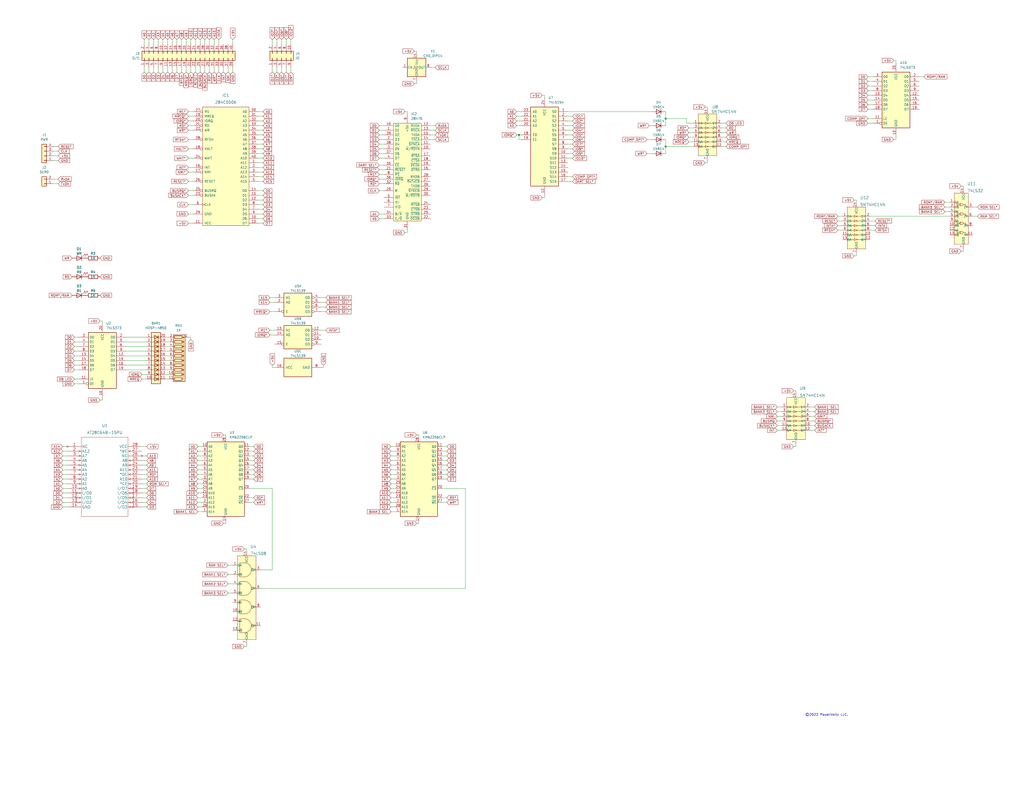
<source format=kicad_sch>
(kicad_sch (version 20211123) (generator eeschema)
  (paper "C")
  (junction (at 363.22 80.01))
  (junction (at 363.22 64.77))
  (junction (at 283.21 73.66))
  (wire (pts (xy 140.97 81.28) (xy 143.51 81.28)))
  (wire (pts (xy 77.47 207.01) (xy 80.01 207.01)))
  (wire (pts (xy 234.95 73.66) (xy 237.49 73.66)))
  (wire (pts (xy 138.43 254) (xy 135.89 254)))
  (wire (pts (xy 68.58 184.15) (xy 80.01 184.15)))
  (wire (pts (xy 396.24 72.39) (xy 393.7 72.39)))
  (wire (pts (xy 243.84 261.62) (xy 241.3 261.62)))
  (wire (pts (xy 116.84 36.83) (xy 116.84 39.37)))
  (wire (pts (xy 140.97 76.2) (xy 143.51 76.2)))
  (wire (pts (xy 284.48 76.2) (xy 283.21 76.2)))
  (wire (pts (xy 207.01 83.82) (xy 209.55 83.82)))
  (wire (pts (xy 309.88 71.12) (xy 312.42 71.12)))
  (wire (pts (xy 457.2 123.19) (xy 459.74 123.19)))
  (wire (pts (xy 92.71 199.39) (xy 90.17 199.39)))
  (wire (pts (xy 34.29 256.54) (xy 36.83 256.54)))
  (wire (pts (xy 384.81 58.42) (xy 386.08 58.42)))
  (wire (pts (xy 40.64 199.39) (xy 43.18 199.39)))
  (wire (pts (xy 309.88 86.36) (xy 312.42 86.36)))
  (wire (pts (xy 111.76 36.83) (xy 111.76 39.37)))
  (wire (pts (xy 104.14 36.83) (xy 104.14 39.37)))
  (wire (pts (xy 176.53 200.66) (xy 175.26 200.66)))
  (wire (pts (xy 68.58 201.93) (xy 80.01 201.93)))
  (wire (pts (xy 396.24 74.93) (xy 393.7 74.93)))
  (wire (pts (xy 140.97 106.68) (xy 143.51 106.68)))
  (wire (pts (xy 140.97 99.06) (xy 143.51 99.06)))
  (wire (pts (xy 375.92 74.93) (xy 378.46 74.93)))
  (wire (pts (xy 525.78 137.16) (xy 525.78 135.89)))
  (wire (pts (xy 207.01 71.12) (xy 209.55 71.12)))
  (wire (pts (xy 207.01 68.58) (xy 209.55 68.58)))
  (wire (pts (xy 68.58 194.31) (xy 80.01 194.31)))
  (wire (pts (xy 40.64 184.15) (xy 43.18 184.15)))
  (wire (pts (xy 123.19 285.75) (xy 123.19 284.48)))
  (wire (pts (xy 148.59 266.7) (xy 148.59 311.15)))
  (wire (pts (xy 488.95 76.2) (xy 488.95 74.93)))
  (wire (pts (xy 213.36 254) (xy 215.9 254)))
  (wire (pts (xy 102.87 93.98) (xy 105.41 93.98)))
  (wire (pts (xy 133.35 299.72) (xy 134.62 299.72)))
  (wire (pts (xy 92.71 204.47) (xy 90.17 204.47)))
  (wire (pts (xy 213.36 269.24) (xy 215.9 269.24)))
  (wire (pts (xy 40.64 209.55) (xy 43.18 209.55)))
  (wire (pts (xy 207.01 76.2) (xy 209.55 76.2)))
  (wire (pts (xy 533.4 113.03) (xy 530.86 113.03)))
  (wire (pts (xy 297.18 107.95) (xy 297.18 106.68)))
  (wire (pts (xy 40.64 201.93) (xy 43.18 201.93)))
  (wire (pts (xy 207.01 90.17) (xy 209.55 90.17)))
  (wire (pts (xy 158.75 21.59) (xy 158.75 24.13)))
  (wire (pts (xy 135.89 266.7) (xy 148.59 266.7)))
  (wire (pts (xy 524.51 101.6) (xy 525.78 101.6)))
  (wire (pts (xy 156.21 39.37) (xy 156.21 36.83)))
  (wire (pts (xy 121.92 285.75) (xy 123.19 285.75)))
  (wire (pts (xy 140.97 83.82) (xy 143.51 83.82)))
  (wire (pts (xy 309.88 66.04) (xy 312.42 66.04)))
  (wire (pts (xy 148.59 311.15) (xy 142.24 311.15)))
  (wire (pts (xy 77.47 254) (xy 80.01 254)))
  (wire (pts (xy 363.22 60.96) (xy 363.22 64.77)))
  (wire (pts (xy 151.13 39.37) (xy 151.13 36.83)))
  (wire (pts (xy 140.97 66.04) (xy 143.51 66.04)))
  (wire (pts (xy 68.58 191.77) (xy 80.01 191.77)))
  (wire (pts (xy 148.59 199.39) (xy 148.59 200.66)))
  (wire (pts (xy 107.95 269.24) (xy 110.49 269.24)))
  (wire (pts (xy 207.01 104.14) (xy 209.55 104.14)))
  (wire (pts (xy 107.95 266.7) (xy 110.49 266.7)))
  (wire (pts (xy 234.95 76.2) (xy 237.49 76.2)))
  (wire (pts (xy 140.97 109.22) (xy 143.51 109.22)))
  (wire (pts (xy 396.24 69.85) (xy 393.7 69.85)))
  (wire (pts (xy 283.21 73.66) (xy 284.48 73.66)))
  (wire (pts (xy 281.94 68.58) (xy 284.48 68.58)))
  (wire (pts (xy 309.88 78.74) (xy 312.42 78.74)))
  (wire (pts (xy 147.32 170.18) (xy 149.86 170.18)))
  (wire (pts (xy 107.95 259.08) (xy 110.49 259.08)))
  (wire (pts (xy 309.88 83.82) (xy 312.42 83.82)))
  (wire (pts (xy 86.36 21.59) (xy 86.36 24.13)))
  (wire (pts (xy 424.18 234.95) (xy 426.72 234.95)))
  (wire (pts (xy 176.53 199.39) (xy 176.53 200.66)))
  (wire (pts (xy 309.88 68.58) (xy 312.42 68.58)))
  (wire (pts (xy 424.18 222.25) (xy 426.72 222.25)))
  (wire (pts (xy 34.29 276.86) (xy 36.83 276.86)))
  (wire (pts (xy 80.01 266.7) (xy 77.47 266.7)))
  (wire (pts (xy 153.67 39.37) (xy 153.67 36.83)))
  (wire (pts (xy 107.95 248.92) (xy 110.49 248.92)))
  (wire (pts (xy 254 321.31) (xy 254 266.7)))
  (wire (pts (xy 134.62 353.06) (xy 134.62 351.79)))
  (wire (pts (xy 91.44 39.37) (xy 91.44 36.83)))
  (wire (pts (xy 140.97 104.14) (xy 143.51 104.14)))
  (wire (pts (xy 243.84 248.92) (xy 241.3 248.92)))
  (wire (pts (xy 353.06 83.82) (xy 355.6 83.82)))
  (wire (pts (xy 207.01 119.38) (xy 209.55 119.38)))
  (wire (pts (xy 213.36 264.16) (xy 215.9 264.16)))
  (wire (pts (xy 134.62 299.72) (xy 134.62 300.99)))
  (wire (pts (xy 102.87 66.04) (xy 105.41 66.04)))
  (wire (pts (xy 102.87 63.5) (xy 105.41 63.5)))
  (wire (pts (xy 473.71 57.15) (xy 476.25 57.15)))
  (wire (pts (xy 114.3 21.59) (xy 114.3 24.13)))
  (wire (pts (xy 241.3 271.78) (xy 243.84 271.78)))
  (wire (pts (xy 281.94 73.66) (xy 283.21 73.66)))
  (wire (pts (xy 140.97 119.38) (xy 143.51 119.38)))
  (wire (pts (xy 213.36 271.78) (xy 215.9 271.78)))
  (wire (pts (xy 138.43 271.78) (xy 135.89 271.78)))
  (wire (pts (xy 295.91 52.07) (xy 297.18 52.07)))
  (wire (pts (xy 140.97 63.5) (xy 143.51 63.5)))
  (wire (pts (xy 140.97 114.3) (xy 143.51 114.3)))
  (wire (pts (xy 127 36.83) (xy 127 39.37)))
  (wire (pts (xy 207.01 78.74) (xy 209.55 78.74)))
  (wire (pts (xy 107.95 276.86) (xy 110.49 276.86)))
  (wire (pts (xy 102.87 60.96) (xy 105.41 60.96)))
  (wire (pts (xy 525.78 101.6) (xy 525.78 102.87)))
  (wire (pts (xy 124.46 36.83) (xy 124.46 39.37)))
  (wire (pts (xy 107.95 261.62) (xy 110.49 261.62)))
  (wire (pts (xy 474.98 125.73) (xy 477.52 125.73)))
  (wire (pts (xy 92.71 184.15) (xy 90.17 184.15)))
  (wire (pts (xy 107.95 246.38) (xy 110.49 246.38)))
  (wire (pts (xy 34.29 248.92) (xy 36.83 248.92)))
  (wire (pts (xy 140.97 68.58) (xy 143.51 68.58)))
  (wire (pts (xy 140.97 60.96) (xy 143.51 60.96)))
  (wire (pts (xy 140.97 111.76) (xy 143.51 111.76)))
  (wire (pts (xy 81.28 21.59) (xy 81.28 24.13)))
  (wire (pts (xy 234.95 71.12) (xy 237.49 71.12)))
  (wire (pts (xy 243.84 246.38) (xy 241.3 246.38)))
  (wire (pts (xy 77.47 259.08) (xy 80.01 259.08)))
  (wire (pts (xy 254 266.7) (xy 241.3 266.7)))
  (wire (pts (xy 281.94 60.96) (xy 284.48 60.96)))
  (wire (pts (xy 29.21 100.33) (xy 31.75 100.33)))
  (wire (pts (xy 102.87 116.84) (xy 105.41 116.84)))
  (wire (pts (xy 147.32 162.56) (xy 149.86 162.56)))
  (wire (pts (xy 227.33 237.49) (xy 228.6 237.49)))
  (wire (pts (xy 213.36 248.92) (xy 215.9 248.92)))
  (wire (pts (xy 78.74 21.59) (xy 78.74 24.13)))
  (wire (pts (xy 213.36 251.46) (xy 215.9 251.46)))
  (wire (pts (xy 138.43 248.92) (xy 135.89 248.92)))
  (wire (pts (xy 281.94 63.5) (xy 284.48 63.5)))
  (wire (pts (xy 140.97 73.66) (xy 143.51 73.66)))
  (wire (pts (xy 77.47 261.62) (xy 80.01 261.62)))
  (wire (pts (xy 213.36 261.62) (xy 215.9 261.62)))
  (wire (pts (xy 99.06 21.59) (xy 99.06 24.13)))
  (wire (pts (xy 309.88 99.06) (xy 312.42 99.06)))
  (wire (pts (xy 106.68 21.59) (xy 106.68 24.13)))
  (wire (pts (xy 213.36 259.08) (xy 215.9 259.08)))
  (wire (pts (xy 473.71 59.69) (xy 476.25 59.69)))
  (wire (pts (xy 433.07 213.36) (xy 434.34 213.36)))
  (wire (pts (xy 213.36 274.32) (xy 215.9 274.32)))
  (wire (pts (xy 295.91 107.95) (xy 297.18 107.95)))
  (wire (pts (xy 34.29 254) (xy 36.83 254)))
  (wire (pts (xy 226.06 45.72) (xy 227.33 45.72)))
  (wire (pts (xy 213.36 276.86) (xy 215.9 276.86)))
  (wire (pts (xy 473.71 41.91) (xy 476.25 41.91)))
  (wire (pts (xy 68.58 189.23) (xy 80.01 189.23)))
  (wire (pts (xy 102.87 111.76) (xy 105.41 111.76)))
  (wire (pts (xy 515.62 110.49) (xy 518.16 110.49)))
  (wire (pts (xy 34.29 246.38) (xy 36.83 246.38)))
  (wire (pts (xy 213.36 266.7) (xy 215.9 266.7)))
  (wire (pts (xy 91.44 21.59) (xy 91.44 24.13)))
  (wire (pts (xy 54.61 175.26) (xy 55.88 175.26)))
  (wire (pts (xy 441.96 234.95) (xy 444.5 234.95)))
  (wire (pts (xy 441.96 227.33) (xy 444.5 227.33)))
  (wire (pts (xy 138.43 274.32) (xy 135.89 274.32)))
  (wire (pts (xy 156.21 21.59) (xy 156.21 24.13)))
  (wire (pts (xy 228.6 237.49) (xy 228.6 238.76)))
  (wire (pts (xy 222.25 60.96) (xy 222.25 62.23)))
  (wire (pts (xy 473.71 64.77) (xy 476.25 64.77)))
  (wire (pts (xy 121.92 237.49) (xy 123.19 237.49)))
  (wire (pts (xy 138.43 259.08) (xy 135.89 259.08)))
  (wire (pts (xy 29.21 87.63) (xy 31.75 87.63)))
  (wire (pts (xy 434.34 213.36) (xy 434.34 214.63)))
  (wire (pts (xy 92.71 191.77) (xy 90.17 191.77)))
  (wire (pts (xy 220.98 60.96) (xy 222.25 60.96)))
  (wire (pts (xy 116.84 21.59) (xy 116.84 24.13)))
  (wire (pts (xy 226.06 27.94) (xy 227.33 27.94)))
  (wire (pts (xy 140.97 91.44) (xy 143.51 91.44)))
  (wire (pts (xy 473.71 44.45) (xy 476.25 44.45)))
  (wire (pts (xy 386.08 58.42) (xy 386.08 59.69)))
  (wire (pts (xy 515.62 115.57) (xy 518.16 115.57)))
  (wire (pts (xy 213.36 256.54) (xy 215.9 256.54)))
  (wire (pts (xy 92.71 201.93) (xy 90.17 201.93)))
  (wire (pts (xy 107.95 251.46) (xy 110.49 251.46)))
  (wire (pts (xy 138.43 261.62) (xy 135.89 261.62)))
  (wire (pts (xy 119.38 21.59) (xy 119.38 24.13)))
  (wire (pts (xy 127 21.59) (xy 127 24.13)))
  (wire (pts (xy 213.36 279.4) (xy 215.9 279.4)))
  (wire (pts (xy 138.43 243.84) (xy 135.89 243.84)))
  (wire (pts (xy 441.96 232.41) (xy 444.5 232.41)))
  (wire (pts (xy 533.4 118.11) (xy 530.86 118.11)))
  (wire (pts (xy 124.46 313.69) (xy 127 313.69)))
  (wire (pts (xy 93.98 21.59) (xy 93.98 24.13)))
  (wire (pts (xy 83.82 39.37) (xy 83.82 36.83)))
  (wire (pts (xy 29.21 85.09) (xy 31.75 85.09)))
  (wire (pts (xy 175.26 180.34) (xy 177.8 180.34)))
  (wire (pts (xy 80.01 271.78) (xy 77.47 271.78)))
  (wire (pts (xy 504.19 41.91) (xy 501.65 41.91)))
  (wire (pts (xy 375.92 72.39) (xy 378.46 72.39)))
  (wire (pts (xy 175.26 165.1) (xy 177.8 165.1)))
  (wire (pts (xy 107.95 274.32) (xy 110.49 274.32)))
  (wire (pts (xy 424.18 229.87) (xy 426.72 229.87)))
  (wire (pts (xy 124.46 318.77) (xy 127 318.77)))
  (wire (pts (xy 207.01 73.66) (xy 209.55 73.66)))
  (wire (pts (xy 96.52 21.59) (xy 96.52 24.13)))
  (wire (pts (xy 386.08 88.9) (xy 386.08 87.63)))
  (wire (pts (xy 83.82 21.59) (xy 83.82 24.13)))
  (wire (pts (xy 40.64 207.01) (xy 43.18 207.01)))
  (wire (pts (xy 220.98 127) (xy 222.25 127)))
  (wire (pts (xy 111.76 21.59) (xy 111.76 24.13)))
  (wire (pts (xy 93.98 39.37) (xy 93.98 36.83)))
  (wire (pts (xy 434.34 243.84) (xy 434.34 242.57)))
  (wire (pts (xy 243.84 243.84) (xy 241.3 243.84)))
  (wire (pts (xy 207.01 116.84) (xy 209.55 116.84)))
  (wire (pts (xy 363.22 76.2) (xy 363.22 80.01)))
  (wire (pts (xy 109.22 36.83) (xy 109.22 39.37)))
  (wire (pts (xy 142.24 321.31) (xy 254 321.31)))
  (wire (pts (xy 102.87 99.06) (xy 105.41 99.06)))
  (wire (pts (xy 140.97 86.36) (xy 143.51 86.36)))
  (wire (pts (xy 107.95 271.78) (xy 110.49 271.78)))
  (wire (pts (xy 114.3 36.83) (xy 114.3 39.37)))
  (wire (pts (xy 148.59 200.66) (xy 149.86 200.66)))
  (wire (pts (xy 77.47 243.84) (xy 80.01 243.84)))
  (wire (pts (xy 40.64 194.31) (xy 43.18 194.31)))
  (wire (pts (xy 40.64 189.23) (xy 43.18 189.23)))
  (wire (pts (xy 101.6 36.83) (xy 101.6 39.37)))
  (wire (pts (xy 106.68 36.83) (xy 106.68 39.37)))
  (wire (pts (xy 104.14 21.59) (xy 104.14 24.13)))
  (wire (pts (xy 104.14 185.42) (xy 104.14 184.15)))
  (wire (pts (xy 473.71 54.61) (xy 476.25 54.61)))
  (wire (pts (xy 68.58 186.69) (xy 80.01 186.69)))
  (wire (pts (xy 354.33 68.58) (xy 355.6 68.58)))
  (wire (pts (xy 457.2 120.65) (xy 459.74 120.65)))
  (wire (pts (xy 140.97 93.98) (xy 143.51 93.98)))
  (wire (pts (xy 396.24 77.47) (xy 393.7 77.47)))
  (wire (pts (xy 68.58 196.85) (xy 80.01 196.85)))
  (wire (pts (xy 384.81 88.9) (xy 386.08 88.9)))
  (wire (pts (xy 86.36 39.37) (xy 86.36 36.83)))
  (wire (pts (xy 119.38 36.83) (xy 119.38 39.37)))
  (wire (pts (xy 140.97 88.9) (xy 143.51 88.9)))
  (wire (pts (xy 80.01 274.32) (xy 77.47 274.32)))
  (wire (pts (xy 467.36 139.7) (xy 467.36 138.43)))
  (wire (pts (xy 375.92 69.85) (xy 378.46 69.85)))
  (wire (pts (xy 473.71 52.07) (xy 476.25 52.07)))
  (wire (pts (xy 40.64 186.69) (xy 43.18 186.69)))
  (wire (pts (xy 175.26 170.18) (xy 177.8 170.18)))
  (wire (pts (xy 140.97 71.12) (xy 143.51 71.12)))
  (wire (pts (xy 102.87 68.58) (xy 105.41 68.58)))
  (wire (pts (xy 363.22 80.01) (xy 378.46 80.01)))
  (wire (pts (xy 77.47 248.92) (xy 80.01 248.92)))
  (wire (pts (xy 151.13 21.59) (xy 151.13 24.13)))
  (wire (pts (xy 55.88 175.26) (xy 55.88 176.53)))
  (wire (pts (xy 102.87 91.44) (xy 105.41 91.44)))
  (wire (pts (xy 474.98 118.11) (xy 518.16 118.11)))
  (wire (pts (xy 148.59 21.59) (xy 148.59 24.13)))
  (wire (pts (xy 34.29 264.16) (xy 36.83 264.16)))
  (wire (pts (xy 140.97 121.92) (xy 143.51 121.92)))
  (wire (pts (xy 396.24 67.31) (xy 393.7 67.31)))
  (wire (pts (xy 487.68 76.2) (xy 488.95 76.2)))
  (wire (pts (xy 374.65 67.31) (xy 378.46 67.31)))
  (wire (pts (xy 363.22 64.77) (xy 374.65 64.77)))
  (wire (pts (xy 124.46 308.61) (xy 127 308.61)))
  (wire (pts (xy 466.09 109.22) (xy 467.36 109.22)))
  (wire (pts (xy 175.26 162.56) (xy 177.8 162.56)))
  (wire (pts (xy 243.84 251.46) (xy 241.3 251.46)))
  (wire (pts (xy 29.21 80.01) (xy 31.75 80.01)))
  (wire (pts (xy 68.58 199.39) (xy 80.01 199.39)))
  (wire (pts (xy 363.22 80.01) (xy 363.22 83.82)))
  (wire (pts (xy 473.71 49.53) (xy 476.25 49.53)))
  (wire (pts (xy 99.06 36.83) (xy 99.06 39.37)))
  (wire (pts (xy 107.95 264.16) (xy 110.49 264.16)))
  (wire (pts (xy 424.18 232.41) (xy 426.72 232.41)))
  (wire (pts (xy 102.87 81.28) (xy 105.41 81.28)))
  (wire (pts (xy 92.71 196.85) (xy 90.17 196.85)))
  (wire (pts (xy 424.18 224.79) (xy 426.72 224.79)))
  (wire (pts (xy 102.87 121.92) (xy 105.41 121.92)))
  (wire (pts (xy 34.29 261.62) (xy 36.83 261.62)))
  (wire (pts (xy 524.51 137.16) (xy 525.78 137.16)))
  (wire (pts (xy 138.43 251.46) (xy 135.89 251.46)))
  (wire (pts (xy 207.01 86.36) (xy 209.55 86.36)))
  (wire (pts (xy 309.88 81.28) (xy 312.42 81.28)))
  (wire (pts (xy 80.01 269.24) (xy 77.47 269.24)))
  (wire (pts (xy 457.2 118.11) (xy 459.74 118.11)))
  (wire (pts (xy 213.36 243.84) (xy 215.9 243.84)))
  (wire (pts (xy 222.25 127) (xy 222.25 125.73)))
  (wire (pts (xy 92.71 194.31) (xy 90.17 194.31)))
  (wire (pts (xy 175.26 167.64) (xy 177.8 167.64)))
  (wire (pts (xy 88.9 39.37) (xy 88.9 36.83)))
  (wire (pts (xy 281.94 66.04) (xy 284.48 66.04)))
  (wire (pts (xy 34.29 243.84) (xy 36.83 243.84)))
  (wire (pts (xy 515.62 113.03) (xy 518.16 113.03)))
  (wire (pts (xy 441.96 229.87) (xy 444.5 229.87)))
  (wire (pts (xy 148.59 39.37) (xy 148.59 36.83)))
  (wire (pts (xy 444.5 222.25) (xy 441.96 222.25)))
  (wire (pts (xy 80.01 251.46) (xy 77.47 251.46)))
  (wire (pts (xy 375.92 77.47) (xy 378.46 77.47)))
  (wire (pts (xy 102.87 86.36) (xy 105.41 86.36)))
  (wire (pts (xy 101.6 21.59) (xy 101.6 24.13)))
  (wire (pts (xy 153.67 21.59) (xy 153.67 24.13)))
  (wire (pts (xy 140.97 116.84) (xy 143.51 116.84)))
  (wire (pts (xy 34.29 274.32) (xy 36.83 274.32)))
  (wire (pts (xy 488.95 33.02) (xy 488.95 34.29)))
  (wire (pts (xy 124.46 323.85) (xy 127 323.85)))
  (wire (pts (xy 227.33 45.72) (xy 227.33 44.45)))
  (wire (pts (xy 473.71 67.31) (xy 476.25 67.31)))
  (wire (pts (xy 234.95 36.83) (xy 237.49 36.83)))
  (wire (pts (xy 353.06 76.2) (xy 355.6 76.2)))
  (wire (pts (xy 92.71 189.23) (xy 90.17 189.23)))
  (wire (pts (xy 473.71 46.99) (xy 476.25 46.99)))
  (wire (pts (xy 309.88 76.2) (xy 312.42 76.2)))
  (wire (pts (xy 309.88 96.52) (xy 312.42 96.52)))
  (wire (pts (xy 467.36 109.22) (xy 467.36 110.49)))
  (wire (pts (xy 40.64 196.85) (xy 43.18 196.85)))
  (wire (pts (xy 29.21 97.79) (xy 31.75 97.79)))
  (wire (pts (xy 424.18 227.33) (xy 426.72 227.33)))
  (wire (pts (xy 102.87 106.68) (xy 105.41 106.68)))
  (wire (pts (xy 140.97 96.52) (xy 143.51 96.52)))
  (wire (pts (xy 107.95 243.84) (xy 110.49 243.84)))
  (wire (pts (xy 34.29 269.24) (xy 36.83 269.24)))
  (wire (pts (xy 457.2 125.73) (xy 459.74 125.73)))
  (wire (pts (xy 107.95 256.54) (xy 110.49 256.54)))
  (wire (pts (xy 102.87 71.12) (xy 105.41 71.12)))
  (wire (pts (xy 487.68 33.02) (xy 488.95 33.02)))
  (wire (pts (xy 466.09 139.7) (xy 467.36 139.7)))
  (wire (pts (xy 133.35 353.06) (xy 134.62 353.06)))
  (wire (pts (xy 474.98 123.19) (xy 477.52 123.19)))
  (wire (pts (xy 158.75 39.37) (xy 158.75 36.83)))
  (wire (pts (xy 374.65 64.77) (xy 374.65 67.31)))
  (wire (pts (xy 138.43 246.38) (xy 135.89 246.38)))
  (wire (pts (xy 88.9 21.59) (xy 88.9 24.13)))
  (wire (pts (xy 243.84 259.08) (xy 241.3 259.08)))
  (wire (pts (xy 29.21 82.55) (xy 31.75 82.55)))
  (wire (pts (xy 227.33 285.75) (xy 228.6 285.75)))
  (wire (pts (xy 34.29 259.08) (xy 36.83 259.08)))
  (wire (pts (xy 297.18 52.07) (xy 297.18 53.34)))
  (wire (pts (xy 283.21 76.2) (xy 283.21 73.66)))
  (wire (pts (xy 474.98 120.65) (xy 477.52 120.65)))
  (wire (pts (xy 77.47 264.16) (xy 80.01 264.16)))
  (wire (pts (xy 147.32 180.34) (xy 149.86 180.34)))
  (wire (pts (xy 147.32 182.88) (xy 149.86 182.88)))
  (wire (pts (xy 243.84 254) (xy 241.3 254)))
  (wire (pts (xy 104.14 184.15) (xy 102.87 184.15)))
  (wire (pts (xy 55.88 218.44) (xy 55.88 217.17)))
  (wire (pts (xy 77.47 256.54) (xy 80.01 256.54)))
  (wire (pts (xy 80.01 276.86) (xy 77.47 276.86)))
  (wire (pts (xy 123.19 237.49) (xy 123.19 238.76)))
  (wire (pts (xy 207.01 100.33) (xy 209.55 100.33)))
  (wire (pts (xy 363.22 64.77) (xy 363.22 68.58)))
  (wire (pts (xy 34.29 251.46) (xy 36.83 251.46)))
  (wire (pts (xy 121.92 36.83) (xy 121.92 39.37)))
  (wire (pts (xy 40.64 191.77) (xy 43.18 191.77)))
  (wire (pts (xy 107.95 279.4) (xy 110.49 279.4)))
  (wire (pts (xy 433.07 243.84) (xy 434.34 243.84)))
  (wire (pts (xy 309.88 60.96) (xy 355.6 60.96)))
  (wire (pts (xy 77.47 204.47) (xy 80.01 204.47)))
  (wire (pts (xy 102.87 76.2) (xy 105.41 76.2)))
  (wire (pts (xy 34.29 271.78) (xy 36.83 271.78)))
  (wire (pts (xy 241.3 274.32) (xy 243.84 274.32)))
  (wire (pts (xy 228.6 285.75) (xy 228.6 284.48)))
  (wire (pts (xy 78.74 39.37) (xy 78.74 36.83)))
  (wire (pts (xy 34.29 266.7) (xy 36.83 266.7)))
  (wire (pts (xy 92.71 186.69) (xy 90.17 186.69)))
  (wire (pts (xy 207.01 95.25) (xy 209.55 95.25)))
  (wire (pts (xy 444.5 224.79) (xy 441.96 224.79)))
  (wire (pts (xy 54.61 218.44) (xy 55.88 218.44)))
  (wire (pts (xy 138.43 256.54) (xy 135.89 256.54)))
  (wire (pts (xy 207.01 97.79) (xy 209.55 97.79)))
  (wire (pts (xy 96.52 39.37) (xy 96.52 36.83)))
  (wire (pts (xy 234.95 68.58) (xy 237.49 68.58)))
  (wire (pts (xy 92.71 207.01) (xy 90.17 207.01)))
  (wire (pts (xy 207.01 81.28) (xy 209.55 81.28)))
  (wire (pts (xy 309.88 73.66) (xy 312.42 73.66)))
  (wire (pts (xy 207.01 92.71) (xy 209.55 92.71)))
  (wire (pts (xy 213.36 246.38) (xy 215.9 246.38)))
  (wire (pts (xy 102.87 104.14) (xy 105.41 104.14)))
  (wire (pts (xy 107.95 254) (xy 110.49 254)))
  (wire (pts (xy 147.32 165.1) (xy 149.86 165.1)))
  (wire (pts (xy 243.84 256.54) (xy 241.3 256.54)))
  (wire (pts (xy 109.22 21.59) (xy 109.22 24.13)))
  (wire (pts (xy 140.97 78.74) (xy 143.51 78.74)))
  (wire (pts (xy 309.88 63.5) (xy 312.42 63.5)))
  (wire (pts (xy 396.24 80.01) (xy 393.7 80.01)))
  (wire (pts (xy 81.28 39.37) (xy 81.28 36.83)))
  (wire (pts (xy 227.33 27.94) (xy 227.33 29.21)))
  (text "©2022 PowerVoltz LLC." (at 439.42 391.16 0) (effects (font (size 1.27 1.27)) (justify left bottom)))
  (global_label "GND" (shape input) (at 127 39.37 270) (property "Intersheet References" "${INTERSHEET_REFS}" (effects hide)))
  (global_label "RD" (shape input) (at 396.24 69.85 0) (property "Intersheet References" "${INTERSHEET_REFS}" (effects hide)))
  (global_label "D4" (shape input) (at 40.64 194.31 180) (property "Intersheet References" "${INTERSHEET_REFS}" (effects hide)))
  (global_label "TxDA" (shape input) (at 31.75 100.33 0) (property "Intersheet References" "${INTERSHEET_REFS}" (effects hide)))
  (global_label "D0" (shape input) (at 243.84 243.84 0) (property "Intersheet References" "${INTERSHEET_REFS}" (effects hide)))
  (global_label "+5V" (shape input) (at 31.75 85.09 0) (property "Intersheet References" "${INTERSHEET_REFS}" (effects hide)))
  (global_label "A10" (shape input) (at 104.14 21.59 90) (property "Intersheet References" "${INTERSHEET_REFS}" (effects hide)))
  (global_label "OB LED" (shape input) (at 40.64 207.01 180) (property "Intersheet References" "${INTERSHEET_REFS}" (effects hide)))
  (global_label "D5" (shape input) (at 91.44 39.37 270) (property "Intersheet References" "${INTERSHEET_REFS}" (effects hide)))
  (global_label "RFSH*" (shape input) (at 457.2 125.73 180) (property "Intersheet References" "${INTERSHEET_REFS}" (effects hide)))
  (global_label "A4" (shape input) (at 34.29 256.54 180) (property "Intersheet References" "${INTERSHEET_REFS}" (effects hide)))
  (global_label "D1" (shape input) (at 138.43 246.38 0) (property "Intersheet References" "${INTERSHEET_REFS}" (effects hide)))
  (global_label "A10" (shape input) (at 143.51 86.36 0) (property "Intersheet References" "${INTERSHEET_REFS}" (effects hide)))
  (global_label "RD*" (shape input) (at 102.87 68.58 180) (property "Intersheet References" "${INTERSHEET_REFS}" (effects hide)))
  (global_label "ROM*{slash}RAM" (shape input) (at 39.37 161.29 180) (property "Intersheet References" "${INTERSHEET_REFS}" (effects hide)))
  (global_label "+5V" (shape input) (at 226.06 27.94 180) (property "Intersheet References" "${INTERSHEET_REFS}" (effects hide)))
  (global_label "A13" (shape input) (at 80.01 248.92 0) (property "Intersheet References" "${INTERSHEET_REFS}" (effects hide)))
  (global_label "INT" (shape input) (at 121.92 39.37 270) (property "Intersheet References" "${INTERSHEET_REFS}" (effects hide)))
  (global_label "D0" (shape input) (at 78.74 39.37 270) (property "Intersheet References" "${INTERSHEET_REFS}" (effects hide)))
  (global_label "GND" (shape input) (at 524.51 137.16 180) (property "Intersheet References" "${INTERSHEET_REFS}" (effects hide)))
  (global_label "A10" (shape input) (at 107.95 269.24 180) (property "Intersheet References" "${INTERSHEET_REFS}" (effects hide)))
  (global_label "D2" (shape input) (at 40.64 189.23 180) (property "Intersheet References" "${INTERSHEET_REFS}" (effects hide)))
  (global_label "A6" (shape input) (at 93.98 21.59 90) (property "Intersheet References" "${INTERSHEET_REFS}" (effects hide)))
  (global_label "A9" (shape input) (at 143.51 83.82 0) (property "Intersheet References" "${INTERSHEET_REFS}" (effects hide)))
  (global_label "IO5*" (shape input) (at 312.42 73.66 0) (property "Intersheet References" "${INTERSHEET_REFS}" (effects hide)))
  (global_label "GND" (shape input) (at 220.98 127 180) (property "Intersheet References" "${INTERSHEET_REFS}" (effects hide)))
  (global_label "BANK2 SEL*" (shape input) (at 177.8 167.64 0) (property "Intersheet References" "${INTERSHEET_REFS}" (effects hide)))
  (global_label "COMP OPT" (shape input) (at 473.71 64.77 180) (property "Intersheet References" "${INTERSHEET_REFS}" (effects hide)))
  (global_label "+5V" (shape input) (at 148.59 199.39 90) (property "Intersheet References" "${INTERSHEET_REFS}" (effects hide)))
  (global_label "RxDA" (shape input) (at 31.75 97.79 0) (property "Intersheet References" "${INTERSHEET_REFS}" (effects hide)))
  (global_label "A8" (shape input) (at 80.01 251.46 0) (property "Intersheet References" "${INTERSHEET_REFS}" (effects hide)))
  (global_label "A6" (shape input) (at 107.95 259.08 180) (property "Intersheet References" "${INTERSHEET_REFS}" (effects hide)))
  (global_label "D6" (shape input) (at 80.01 269.24 0) (property "Intersheet References" "${INTERSHEET_REFS}" (effects hide)))
  (global_label "WR*" (shape input) (at 353.06 83.82 180) (property "Intersheet References" "${INTERSHEET_REFS}" (effects hide)))
  (global_label "ROM*{slash}RAM" (shape input) (at 504.19 41.91 0) (property "Intersheet References" "${INTERSHEET_REFS}" (effects hide)))
  (global_label "A7" (shape input) (at 107.95 261.62 180) (property "Intersheet References" "${INTERSHEET_REFS}" (effects hide)))
  (global_label "D7" (shape input) (at 96.52 39.37 270) (property "Intersheet References" "${INTERSHEET_REFS}" (effects hide)))
  (global_label "A7" (shape input) (at 213.36 261.62 180) (property "Intersheet References" "${INTERSHEET_REFS}" (effects hide)))
  (global_label "GND" (shape input) (at 121.92 285.75 180) (property "Intersheet References" "${INTERSHEET_REFS}" (effects hide)))
  (global_label "BANK3 SEL" (shape input) (at 444.5 224.79 0) (property "Intersheet References" "${INTERSHEET_REFS}" (effects hide)))
  (global_label "MREQ" (shape input) (at 77.47 207.01 180) (property "Intersheet References" "${INTERSHEET_REFS}" (effects hide)))
  (global_label "WR*" (shape input) (at 102.87 71.12 180) (property "Intersheet References" "${INTERSHEET_REFS}" (effects hide)))
  (global_label "+5V" (shape input) (at 220.98 60.96 180) (property "Intersheet References" "${INTERSHEET_REFS}" (effects hide)))
  (global_label "GND" (shape input) (at 466.09 139.7 180) (property "Intersheet References" "${INTERSHEET_REFS}" (effects hide)))
  (global_label "A14" (shape input) (at 114.3 21.59 90) (property "Intersheet References" "${INTERSHEET_REFS}" (effects hide)))
  (global_label "ROM*{slash}RAM" (shape input) (at 457.2 118.11 180) (property "Intersheet References" "${INTERSHEET_REFS}" (effects hide)))
  (global_label "IO1*" (shape input) (at 312.42 63.5 0) (property "Intersheet References" "${INTERSHEET_REFS}" (effects hide)))
  (global_label "D4" (shape input) (at 80.01 274.32 0) (property "Intersheet References" "${INTERSHEET_REFS}" (effects hide)))
  (global_label "A12" (shape input) (at 34.29 246.38 180) (property "Intersheet References" "${INTERSHEET_REFS}" (effects hide)))
  (global_label "A3" (shape input) (at 86.36 21.59 90) (property "Intersheet References" "${INTERSHEET_REFS}" (effects hide)))
  (global_label "BANK3 SEL" (shape input) (at 213.36 279.4 180) (property "Intersheet References" "${INTERSHEET_REFS}" (effects hide)))
  (global_label "D5" (shape input) (at 40.64 196.85 180) (property "Intersheet References" "${INTERSHEET_REFS}" (effects hide)))
  (global_label "D0" (shape input) (at 34.29 269.24 180) (property "Intersheet References" "${INTERSHEET_REFS}" (effects hide)))
  (global_label "D4" (shape input) (at 88.9 39.37 270) (property "Intersheet References" "${INTERSHEET_REFS}" (effects hide)))
  (global_label "A2" (shape input) (at 281.94 66.04 180) (property "Intersheet References" "${INTERSHEET_REFS}" (effects hide)))
  (global_label "RAM SEL*" (shape input) (at 533.4 118.11 0) (property "Intersheet References" "${INTERSHEET_REFS}" (effects hide)))
  (global_label "GND" (shape input) (at 487.68 76.2 180) (property "Intersheet References" "${INTERSHEET_REFS}" (effects hide)))
  (global_label "SCLK" (shape input) (at 237.49 36.83 0) (property "Intersheet References" "${INTERSHEET_REFS}" (effects hide)))
  (global_label "A5" (shape input) (at 107.95 256.54 180) (property "Intersheet References" "${INTERSHEET_REFS}" (effects hide)))
  (global_label "D4" (shape input) (at 143.51 114.3 0) (property "Intersheet References" "${INTERSHEET_REFS}" (effects hide)))
  (global_label "RFSH" (shape input) (at 99.06 39.37 270) (property "Intersheet References" "${INTERSHEET_REFS}" (effects hide)))
  (global_label "BANK1 SEL" (shape input) (at 107.95 279.4 180) (property "Intersheet References" "${INTERSHEET_REFS}" (effects hide)))
  (global_label "A14" (shape input) (at 147.32 165.1 180) (property "Intersheet References" "${INTERSHEET_REFS}" (effects hide)))
  (global_label "GND" (shape input) (at 54.61 218.44 180) (property "Intersheet References" "${INTERSHEET_REFS}" (effects hide)))
  (global_label "A1" (shape input) (at 34.29 264.16 180) (property "Intersheet References" "${INTERSHEET_REFS}" (effects hide)))
  (global_label "D5" (shape input) (at 207.01 81.28 180) (property "Intersheet References" "${INTERSHEET_REFS}" (effects hide)))
  (global_label "A0" (shape input) (at 34.29 266.7 180) (property "Intersheet References" "${INTERSHEET_REFS}" (effects hide)))
  (global_label "A4" (shape input) (at 88.9 21.59 90) (property "Intersheet References" "${INTERSHEET_REFS}" (effects hide)))
  (global_label "IO6*" (shape input) (at 153.67 21.59 90) (property "Intersheet References" "${INTERSHEET_REFS}" (effects hide)))
  (global_label "GND" (shape input) (at 104.14 185.42 270) (property "Intersheet References" "${INTERSHEET_REFS}" (effects hide)))
  (global_label "GND" (shape input) (at 473.71 67.31 180) (property "Intersheet References" "${INTERSHEET_REFS}" (effects hide)))
  (global_label "+5V" (shape input) (at 227.33 237.49 180) (property "Intersheet References" "${INTERSHEET_REFS}" (effects hide)))
  (global_label "D7" (shape input) (at 40.64 201.93 180) (property "Intersheet References" "${INTERSHEET_REFS}" (effects hide)))
  (global_label "A6" (shape input) (at 213.36 259.08 180) (property "Intersheet References" "${INTERSHEET_REFS}" (effects hide)))
  (global_label "BANK0 SEL*" (shape input) (at 515.62 113.03 180) (property "Intersheet References" "${INTERSHEET_REFS}" (effects hide)))
  (global_label "ROM SEL*" (shape input) (at 533.4 113.03 0) (property "Intersheet References" "${INTERSHEET_REFS}" (effects hide)))
  (global_label "+5V" (shape input) (at 54.61 175.26 180) (property "Intersheet References" "${INTERSHEET_REFS}" (effects hide)))
  (global_label "D6" (shape input) (at 243.84 259.08 0) (property "Intersheet References" "${INTERSHEET_REFS}" (effects hide)))
  (global_label "D1" (shape input) (at 473.71 44.45 180) (property "Intersheet References" "${INTERSHEET_REFS}" (effects hide)))
  (global_label "WR*" (shape input) (at 354.33 68.58 180) (property "Intersheet References" "${INTERSHEET_REFS}" (effects hide)))
  (global_label "D2" (shape input) (at 34.29 274.32 180) (property "Intersheet References" "${INTERSHEET_REFS}" (effects hide)))
  (global_label "RD" (shape input) (at 39.37 151.13 180) (property "Intersheet References" "${INTERSHEET_REFS}" (effects hide)))
  (global_label "D2" (shape input) (at 207.01 73.66 180) (property "Intersheet References" "${INTERSHEET_REFS}" (effects hide)))
  (global_label "D1" (shape input) (at 40.64 186.69 180) (property "Intersheet References" "${INTERSHEET_REFS}" (effects hide)))
  (global_label "IORQ*" (shape input) (at 207.01 97.79 180) (property "Intersheet References" "${INTERSHEET_REFS}" (effects hide)))
  (global_label "IORQ*" (shape input) (at 375.92 74.93 180) (property "Intersheet References" "${INTERSHEET_REFS}" (effects hide)))
  (global_label "A12" (shape input) (at 143.51 91.44 0) (property "Intersheet References" "${INTERSHEET_REFS}" (effects hide)))
  (global_label "D3" (shape input) (at 207.01 76.2 180) (property "Intersheet References" "${INTERSHEET_REFS}" (effects hide)))
  (global_label "IORQ*" (shape input) (at 147.32 182.88 180) (property "Intersheet References" "${INTERSHEET_REFS}" (effects hide)))
  (global_label "D3" (shape input) (at 473.71 49.53 180) (property "Intersheet References" "${INTERSHEET_REFS}" (effects hide)))
  (global_label "D1" (shape input) (at 243.84 246.38 0) (property "Intersheet References" "${INTERSHEET_REFS}" (effects hide)))
  (global_label "NMI" (shape input) (at 424.18 227.33 180) (property "Intersheet References" "${INTERSHEET_REFS}" (effects hide)))
  (global_label "IORQ" (shape input) (at 396.24 74.93 0) (property "Intersheet References" "${INTERSHEET_REFS}" (effects hide)))
  (global_label "WR*" (shape input) (at 243.84 274.32 0) (property "Intersheet References" "${INTERSHEET_REFS}" (effects hide)))
  (global_label "A6" (shape input) (at 143.51 76.2 0) (property "Intersheet References" "${INTERSHEET_REFS}" (effects hide)))
  (global_label "A2" (shape input) (at 143.51 66.04 0) (property "Intersheet References" "${INTERSHEET_REFS}" (effects hide)))
  (global_label "GND" (shape input) (at 34.29 276.86 180) (property "Intersheet References" "${INTERSHEET_REFS}" (effects hide)))
  (global_label "D6" (shape input) (at 138.43 259.08 0) (property "Intersheet References" "${INTERSHEET_REFS}" (effects hide)))
  (global_label "INT" (shape input) (at 424.18 234.95 180) (property "Intersheet References" "${INTERSHEET_REFS}" (effects hide)))
  (global_label "GND" (shape input) (at 176.53 199.39 90) (property "Intersheet References" "${INTERSHEET_REFS}" (effects hide)))
  (global_label "D7" (shape input) (at 143.51 121.92 0) (property "Intersheet References" "${INTERSHEET_REFS}" (effects hide)))
  (global_label "BANK0 SEL*" (shape input) (at 177.8 162.56 0) (property "Intersheet References" "${INTERSHEET_REFS}" (effects hide)))
  (global_label "A5" (shape input) (at 143.51 73.66 0) (property "Intersheet References" "${INTERSHEET_REFS}" (effects hide)))
  (global_label "A0" (shape input) (at 213.36 243.84 180) (property "Intersheet References" "${INTERSHEET_REFS}" (effects hide)))
  (global_label "WR*" (shape input) (at 375.92 72.39 180) (property "Intersheet References" "${INTERSHEET_REFS}" (effects hide)))
  (global_label "GND" (shape input) (at 384.81 88.9 180) (property "Intersheet References" "${INTERSHEET_REFS}" (effects hide)))
  (global_label "GND" (shape input) (at 31.75 87.63 0) (property "Intersheet References" "${INTERSHEET_REFS}" (effects hide)))
  (global_label "A9" (shape input) (at 80.01 254 0) (property "Intersheet References" "${INTERSHEET_REFS}" (effects hide)))
  (global_label "A2" (shape input) (at 213.36 248.92 180) (property "Intersheet References" "${INTERSHEET_REFS}" (effects hide)))
  (global_label "+5V" (shape input) (at 466.09 109.22 180) (property "Intersheet References" "${INTERSHEET_REFS}" (effects hide)))
  (global_label "MREQ*" (shape input) (at 102.87 63.5 180) (property "Intersheet References" "${INTERSHEET_REFS}" (effects hide)))
  (global_label "A14" (shape input) (at 34.29 243.84 180) (property "Intersheet References" "${INTERSHEET_REFS}" (effects hide)))
  (global_label "RESET*" (shape input) (at 477.52 120.65 0) (property "Intersheet References" "${INTERSHEET_REFS}" (effects hide)))
  (global_label "ROM SEL*" (shape input) (at 80.01 264.16 0) (property "Intersheet References" "${INTERSHEET_REFS}" (effects hide)))
  (global_label "D3" (shape input) (at 40.64 191.77 180) (property "Intersheet References" "${INTERSHEET_REFS}" (effects hide)))
  (global_label "A1" (shape input) (at 81.28 21.59 90) (property "Intersheet References" "${INTERSHEET_REFS}" (effects hide)))
  (global_label "INT*" (shape input) (at 444.5 234.95 0) (property "Intersheet References" "${INTERSHEET_REFS}" (effects hide)))
  (global_label "IO10*" (shape input) (at 312.42 86.36 0) (property "Intersheet References" "${INTERSHEET_REFS}" (effects hide)))
  (global_label "MREQ*" (shape input) (at 101.6 39.37 270) (property "Intersheet References" "${INTERSHEET_REFS}" (effects hide)))
  (global_label "D4" (shape input) (at 207.01 78.74 180) (property "Intersheet References" "${INTERSHEET_REFS}" (effects hide)))
  (global_label "A1" (shape input) (at 143.51 63.5 0) (property "Intersheet References" "${INTERSHEET_REFS}" (effects hide)))
  (global_label "IO9*" (shape input) (at 158.75 39.37 270) (property "Intersheet References" "${INTERSHEET_REFS}" (effects hide)))
  (global_label "GND" (shape input) (at 226.06 45.72 180) (property "Intersheet References" "${INTERSHEET_REFS}" (effects hide)))
  (global_label "NMI*" (shape input) (at 444.5 227.33 0) (property "Intersheet References" "${INTERSHEET_REFS}" (effects hide)))
  (global_label "A4" (shape input) (at 143.51 71.12 0) (property "Intersheet References" "${INTERSHEET_REFS}" (effects hide)))
  (global_label "A9" (shape input) (at 101.6 21.59 90) (property "Intersheet References" "${INTERSHEET_REFS}" (effects hide)))
  (global_label "INTA" (shape input) (at 477.52 123.19 0) (property "Intersheet References" "${INTERSHEET_REFS}" (effects hide)))
  (global_label "A3" (shape input) (at 107.95 251.46 180) (property "Intersheet References" "${INTERSHEET_REFS}" (effects hide)))
  (global_label "A2" (shape input) (at 107.95 248.92 180) (property "Intersheet References" "${INTERSHEET_REFS}" (effects hide)))
  (global_label "BANK3 SEL*" (shape input) (at 424.18 224.79 180) (property "Intersheet References" "${INTERSHEET_REFS}" (effects hide)))
  (global_label "D5" (shape input) (at 80.01 271.78 0) (property "Intersheet References" "${INTERSHEET_REFS}" (effects hide)))
  (global_label "IO4*" (shape input) (at 151.13 21.59 90) (property "Intersheet References" "${INTERSHEET_REFS}" (effects hide)))
  (global_label "A0" (shape input) (at 143.51 60.96 0) (property "Intersheet References" "${INTERSHEET_REFS}" (effects hide)))
  (global_label "A11" (shape input) (at 143.51 88.9 0) (property "Intersheet References" "${INTERSHEET_REFS}" (effects hide)))
  (global_label "CLK" (shape input) (at 102.87 111.76 180) (property "Intersheet References" "${INTERSHEET_REFS}" (effects hide)))
  (global_label "BANK2 SEL*" (shape input) (at 124.46 318.77 180) (property "Intersheet References" "${INTERSHEET_REFS}" (effects hide)))
  (global_label "D0" (shape input) (at 143.51 104.14 0) (property "Intersheet References" "${INTERSHEET_REFS}" (effects hide)))
  (global_label "IO3*" (shape input) (at 151.13 39.37 270) (property "Intersheet References" "${INTERSHEET_REFS}" (effects hide)))
  (global_label "RFSH*" (shape input) (at 102.87 76.2 180) (property "Intersheet References" "${INTERSHEET_REFS}" (effects hide)))
  (global_label "IO9*" (shape input) (at 312.42 83.82 0) (property "Intersheet References" "${INTERSHEET_REFS}" (effects hide)))
  (global_label "D7" (shape input) (at 80.01 266.7 0) (property "Intersheet References" "${INTERSHEET_REFS}" (effects hide)))
  (global_label "NMI" (shape input) (at 124.46 39.37 270) (property "Intersheet References" "${INTERSHEET_REFS}" (effects hide)))
  (global_label "A12" (shape input) (at 109.22 21.59 90) (property "Intersheet References" "${INTERSHEET_REFS}" (effects hide)))
  (global_label "BUSRQ*" (shape input) (at 444.5 229.87 0) (property "Intersheet References" "${INTERSHEET_REFS}" (effects hide)))
  (global_label "IO10*" (shape input) (at 158.75 21.59 90) (property "Intersheet References" "${INTERSHEET_REFS}" (effects hide)))
  (global_label "IO8*" (shape input) (at 312.42 81.28 0) (property "Intersheet References" "${INTERSHEET_REFS}" (effects hide)))
  (global_label "WR" (shape input) (at 39.37 140.97 180) (property "Intersheet References" "${INTERSHEET_REFS}" (effects hide)))
  (global_label "DART SEL*" (shape input) (at 207.01 90.17 180) (property "Intersheet References" "${INTERSHEET_REFS}" (effects hide)))
  (global_label "BANK1 SEL*" (shape input) (at 177.8 165.1 0) (property "Intersheet References" "${INTERSHEET_REFS}" (effects hide)))
  (global_label "DART SEL*" (shape input) (at 312.42 99.06 0) (property "Intersheet References" "${INTERSHEET_REFS}" (effects hide)))
  (global_label "A14" (shape input) (at 143.51 96.52 0) (property "Intersheet References" "${INTERSHEET_REFS}" (effects hide)))
  (global_label "BANK0 SEL*" (shape input) (at 515.62 115.57 180) (property "Intersheet References" "${INTERSHEET_REFS}" (effects hide)))
  (global_label "+5V" (shape input) (at 80.01 243.84 0) (property "Intersheet References" "${INTERSHEET_REFS}" (effects hide)))
  (global_label "A4" (shape input) (at 107.95 254 180) (property "Intersheet References" "${INTERSHEET_REFS}" (effects hide)))
  (global_label "A10" (shape input) (at 213.36 269.24 180) (property "Intersheet References" "${INTERSHEET_REFS}" (effects hide)))
  (global_label "RD*" (shape input) (at 80.01 259.08 0) (property "Intersheet References" "${INTERSHEET_REFS}" (effects hide)))
  (global_label "A3" (shape input) (at 34.29 259.08 180) (property "Intersheet References" "${INTERSHEET_REFS}" (effects hide)))
  (global_label "MREQ*" (shape input) (at 147.32 170.18 180) (property "Intersheet References" "${INTERSHEET_REFS}" (effects hide)))
  (global_label "D7" (shape input) (at 473.71 59.69 180) (property "Intersheet References" "${INTERSHEET_REFS}" (effects hide)))
  (global_label "SCLK" (shape input) (at 237.49 76.2 0) (property "Intersheet References" "${INTERSHEET_REFS}" (effects hide)))
  (global_label "M1*" (shape input) (at 207.01 95.25 180) (property "Intersheet References" "${INTERSHEET_REFS}" (effects hide)))
  (global_label "A8" (shape input) (at 107.95 264.16 180) (property "Intersheet References" "${INTERSHEET_REFS}" (effects hide)))
  (global_label "BUSRQ" (shape input) (at 109.22 39.37 270) (property "Intersheet References" "${INTERSHEET_REFS}" (effects hide)))
  (global_label "HALT*" (shape input) (at 102.87 81.28 180) (property "Intersheet References" "${INTERSHEET_REFS}" (effects hide)))
  (global_label "D7" (shape input) (at 207.01 86.36 180) (property "Intersheet References" "${INTERSHEET_REFS}" (effects hide)))
  (global_label "A11" (shape input) (at 106.68 21.59 90) (property "Intersheet References" "${INTERSHEET_REFS}" (effects hide)))
  (global_label "NMI*" (shape input) (at 102.87 93.98 180) (property "Intersheet References" "${INTERSHEET_REFS}" (effects hide)))
  (global_label "D0" (shape input) (at 40.64 184.15 180) (property "Intersheet References" "${INTERSHEET_REFS}" (effects hide)))
  (global_label "MREQ*" (shape input) (at 375.92 77.47 180) (property "Intersheet References" "${INTERSHEET_REFS}" (effects hide)))
  (global_label "A13" (shape input) (at 111.76 21.59 90) (property "Intersheet References" "${INTERSHEET_REFS}" (effects hide)))
  (global_label "D2" (shape input) (at 243.84 248.92 0) (property "Intersheet References" "${INTERSHEET_REFS}" (effects hide)))
  (global_label "RESET" (shape input) (at 31.75 80.01 0) (property "Intersheet References" "${INTERSHEET_REFS}" (effects hide)))
  (global_label "CLK" (shape input) (at 119.38 39.37 270) (property "Intersheet References" "${INTERSHEET_REFS}" (effects hide)))
  (global_label "IORQ" (shape input) (at 77.47 204.47 180) (property "Intersheet References" "${INTERSHEET_REFS}" (effects hide)))
  (global_label "COMP OPT" (shape input) (at 396.24 80.01 0) (property "Intersheet References" "${INTERSHEET_REFS}" (effects hide)))
  (global_label "RD*" (shape input) (at 375.92 69.85 180) (property "Intersheet References" "${INTERSHEET_REFS}" (effects hide)))
  (global_label "A13" (shape input) (at 107.95 276.86 180) (property "Intersheet References" "${INTERSHEET_REFS}" (effects hide)))
  (global_label "BUSACK*" (shape input) (at 424.18 232.41 180) (property "Intersheet References" "${INTERSHEET_REFS}" (effects hide)))
  (global_label "IORQ*" (shape input) (at 102.87 66.04 180) (property "Intersheet References" "${INTERSHEET_REFS}" (effects hide)))
  (global_label "A11" (shape input) (at 213.36 271.78 180) (property "Intersheet References" "${INTERSHEET_REFS}" (effects hide)))
  (global_label "D1" (shape input) (at 143.51 106.68 0) (property "Intersheet References" "${INTERSHEET_REFS}" (effects hide)))
  (global_label "RD*" (shape input) (at 138.43 271.78 0) (property "Intersheet References" "${INTERSHEET_REFS}" (effects hide)))
  (global_label "INTA" (shape input) (at 119.38 21.59 90) (property "Intersheet References" "${INTERSHEET_REFS}" (effects hide)))
  (global_label "A10" (shape input) (at 80.01 261.62 0) (property "Intersheet References" "${INTERSHEET_REFS}" (effects hide)))
  (global_label "D3" (shape input) (at 86.36 39.37 270) (property "Intersheet References" "${INTERSHEET_REFS}" (effects hide)))
  (global_label "A7" (shape input) (at 34.29 248.92 180) (property "Intersheet References" "${INTERSHEET_REFS}" (effects hide)))
  (global_label "A8" (shape input) (at 143.51 81.28 0) (property "Intersheet References" "${INTERSHEET_REFS}" (effects hide)))
  (global_label "GND" (shape input) (at 133.35 353.06 180) (property "Intersheet References" "${INTERSHEET_REFS}" (effects hide)))
  (global_label "D2" (shape input) (at 138.43 248.92 0) (property "Intersheet References" "${INTERSHEET_REFS}" (effects hide)))
  (global_label "TxDA" (shape input) (at 237.49 73.66 0) (property "Intersheet References" "${INTERSHEET_REFS}" (effects hide)))
  (global_label "IO7*" (shape input) (at 312.42 78.74 0) (property "Intersheet References" "${INTERSHEET_REFS}" (effects hide)))
  (global_label "+5V" (shape input) (at 127 21.59 90) (property "Intersheet References" "${INTERSHEET_REFS}" (effects hide)))
  (global_label "D5" (shape input) (at 138.43 256.54 0) (property "Intersheet References" "${INTERSHEET_REFS}" (effects hide)))
  (global_label "BUSRQ*" (shape input) (at 102.87 104.14 180) (property "Intersheet References" "${INTERSHEET_REFS}" (effects hide)))
  (global_label "A0" (shape input) (at 107.95 243.84 180) (property "Intersheet References" "${INTERSHEET_REFS}" (effects hide)))
  (global_label "BANK1 SEL*" (shape input) (at 424.18 222.25 180) (property "Intersheet References" "${INTERSHEET_REFS}" (effects hide)))
  (global_label "D6" (shape input) (at 93.98 39.37 270) (property "Intersheet References" "${INTERSHEET_REFS}" (effects hide)))
  (global_label "BANK3 SEL*" (shape input) (at 177.8 170.18 0) (property "Intersheet References" "${INTERSHEET_REFS}" (effects hide)))
  (global_label "GND" (shape input) (at 295.91 107.95 180) (property "Intersheet References" "${INTERSHEET_REFS}" (effects hide)))
  (global_label "IO5*" (shape input) (at 153.67 39.37 270) (property "Intersheet References" "${INTERSHEET_REFS}" (effects hide)))
  (global_label "A6" (shape input) (at 34.29 251.46 180) (property "Intersheet References" "${INTERSHEET_REFS}" (effects hide)))
  (global_label "GND" (shape input) (at 433.07 243.84 180) (property "Intersheet References" "${INTERSHEET_REFS}" (effects hide)))
  (global_label "OB LED" (shape input) (at 396.24 67.31 0) (property "Intersheet References" "${INTERSHEET_REFS}" (effects hide)))
  (global_label "A5" (shape input) (at 34.29 254 180) (property "Intersheet References" "${INTERSHEET_REFS}" (effects hide)))
  (global_label "D3" (shape input) (at 243.84 251.46 0) (property "Intersheet References" "${INTERSHEET_REFS}" (effects hide)))
  (global_label "GND" (shape input) (at 40.64 209.55 180) (property "Intersheet References" "${INTERSHEET_REFS}" (effects hide)))
  (global_label "A3" (shape input) (at 213.36 251.46 180) (property "Intersheet References" "${INTERSHEET_REFS}" (effects hide)))
  (global_label "D5" (shape input) (at 143.51 116.84 0) (property "Intersheet References" "${INTERSHEET_REFS}" (effects hide)))
  (global_label "WR*" (shape input) (at 116.84 39.37 270) (property "Intersheet References" "${INTERSHEET_REFS}" (effects hide)))
  (global_label "A9" (shape input) (at 107.95 266.7 180) (property "Intersheet References" "${INTERSHEET_REFS}" (effects hide)))
  (global_label "A12" (shape input) (at 107.95 274.32 180) (property "Intersheet References" "${INTERSHEET_REFS}" (effects hide)))
  (global_label "+5V" (shape input) (at 102.87 121.92 180) (property "Intersheet References" "${INTERSHEET_REFS}" (effects hide)))
  (global_label "WAIT*" (shape input) (at 102.87 86.36 180) (property "Intersheet References" "${INTERSHEET_REFS}" (effects hide)))
  (global_label "A11" (shape input) (at 80.01 256.54 0) (property "Intersheet References" "${INTERSHEET_REFS}" (effects hide)))
  (global_label "A4" (shape input) (at 207.01 116.84 180) (property "Intersheet References" "${INTERSHEET_REFS}" (effects hide)))
  (global_label "D2" (shape input) (at 473.71 46.99 180) (property "Intersheet References" "${INTERSHEET_REFS}" (effects hide)))
  (global_label "GND" (shape input) (at 54.61 140.97 0) (property "Intersheet References" "${INTERSHEET_REFS}" (effects hide)))
  (global_label "D1" (shape input) (at 34.29 271.78 180) (property "Intersheet References" "${INTERSHEET_REFS}" (effects hide)))
  (global_label "M1*" (shape input) (at 102.87 60.96 180) (property "Intersheet References" "${INTERSHEET_REFS}" (effects hide)))
  (global_label "A4" (shape input) (at 213.36 254 180) (property "Intersheet References" "${INTERSHEET_REFS}" (effects hide)))
  (global_label "RESET*" (shape input) (at 207.01 92.71 180) (property "Intersheet References" "${INTERSHEET_REFS}" (effects hide)))
  (global_label "+5V" (shape input) (at 133.35 299.72 180) (property "Intersheet References" "${INTERSHEET_REFS}" (effects hide)))
  (global_label "A7" (shape input) (at 96.52 21.59 90) (property "Intersheet References" "${INTERSHEET_REFS}" (effects hide)))
  (global_label "COMP OPT*" (shape input) (at 312.42 96.52 0) (property "Intersheet References" "${INTERSHEET_REFS}" (effects hide)))
  (global_label "+5V" (shape input) (at 433.07 213.36 180) (property "Intersheet References" "${INTERSHEET_REFS}" (effects hide)))
  (global_label "+5V" (shape input) (at 295.91 52.07 180) (property "Intersheet References" "${INTERSHEET_REFS}" (effects hide)))
  (global_label "A15" (shape input) (at 147.32 162.56 180) (property "Intersheet References" "${INTERSHEET_REFS}" (effects hide)))
  (global_label "D3" (shape input) (at 143.51 111.76 0) (property "Intersheet References" "${INTERSHEET_REFS}" (effects hide)))
  (global_label "BANK1 SEL" (shape input) (at 444.5 222.25 0) (property "Intersheet References" "${INTERSHEET_REFS}" (effects hide)))
  (global_label "WR*" (shape input) (at 138.43 274.32 0) (property "Intersheet References" "${INTERSHEET_REFS}" (effects hide)))
  (global_label "IORQ*" (shape input) (at 104.14 39.37 270) (property "Intersheet References" "${INTERSHEET_REFS}" (effects hide)))
  (global_label "D1" (shape input) (at 207.01 71.12 180) (property "Intersheet References" "${INTERSHEET_REFS}" (effects hide)))
  (global_label "A0" (shape input) (at 281.94 60.96 180) (property "Intersheet References" "${INTERSHEET_REFS}" (effects hide)))
  (global_label "A3" (shape input) (at 281.94 68.58 180) (property "Intersheet References" "${INTERSHEET_REFS}" (effects hide)))
  (global_label "ROM*{slash}RAM" (shape input) (at 515.62 110.49 180) (property "Intersheet References" "${INTERSHEET_REFS}" (effects hide)))
  (global_label "D2" (shape input) (at 83.82 39.37 270) (property "Intersheet References" "${INTERSHEET_REFS}" (effects hide)))
  (global_label "A1" (shape input) (at 281.94 63.5 180) (property "Intersheet References" "${INTERSHEET_REFS}" (effects hide)))
  (global_label "A7" (shape input) (at 143.51 78.74 0) (property "Intersheet References" "${INTERSHEET_REFS}" (effects hide)))
  (global_label "BUSRQ" (shape input) (at 424.18 229.87 180) (property "Intersheet References" "${INTERSHEET_REFS}" (effects hide)))
  (global_label "COMP OPT*" (shape input) (at 353.06 76.2 180) (property "Intersheet References" "${INTERSHEET_REFS}" (effects hide)))
  (global_label "D6" (shape input) (at 207.01 83.82 180) (property "Intersheet References" "${INTERSHEET_REFS}" (effects hide)))
  (global_label "BUSACK" (shape input) (at 111.76 39.37 270) (property "Intersheet References" "${INTERSHEET_REFS}" (effects hide)))
  (global_label "D5" (shape input) (at 243.84 256.54 0) (property "Intersheet References" "${INTERSHEET_REFS}" (effects hide)))
  (global_label "A15" (shape input) (at 116.84 21.59 90) (property "Intersheet References" "${INTERSHEET_REFS}" (effects hide)))
  (global_label "D7" (shape input) (at 243.84 261.62 0) (property "Intersheet References" "${INTERSHEET_REFS}" (effects hide)))
  (global_label "WR" (shape input) (at 396.24 72.39 0) (property "Intersheet References" "${INTERSHEET_REFS}" (effects hide)))
  (global_label "D3" (shape input) (at 80.01 276.86 0) (property "Intersheet References" "${INTERSHEET_REFS}" (effects hide)))
  (global_label "D6" (shape input) (at 40.64 199.39 180) (property "Intersheet References" "${INTERSHEET_REFS}" (effects hide)))
  (global_label "RAM SEL*" (shape input) (at 124.46 308.61 180) (property "Intersheet References" "${INTERSHEET_REFS}" (effects hide)))
  (global_label "+5V" (shape input) (at 384.81 58.42 180) (property "Intersheet References" "${INTERSHEET_REFS}" (effects hide)))
  (global_label "IO8*" (shape input) (at 156.21 21.59 90) (property "Intersheet References" "${INTERSHEET_REFS}" (effects hide)))
  (global_label "D4" (shape input) (at 138.43 254 0) (property "Intersheet References" "${INTERSHEET_REFS}" (effects hide)))
  (global_label "A12" (shape input) (at 213.36 274.32 180) (property "Intersheet References" "${INTERSHEET_REFS}" (effects hide)))
  (global_label "A8" (shape input) (at 99.06 21.59 90) (property "Intersheet References" "${INTERSHEET_REFS}" (effects hide)))
  (global_label "A8" (shape input) (at 213.36 264.16 180) (property "Intersheet References" "${INTERSHEET_REFS}" (effects hide)))
  (global_label "RESET" (shape input) (at 457.2 120.65 180) (property "Intersheet References" "${INTERSHEET_REFS}" (effects hide)))
  (global_label "SCLK" (shape input) (at 237.49 71.12 0) (property "Intersheet References" "${INTERSHEET_REFS}" (effects hide)))
  (global_label "D6" (shape input) (at 473.71 57.15 180) (property "Intersheet References" "${INTERSHEET_REFS}" (effects hide)))
  (global_label "IO3*" (shape input) (at 312.42 68.58 0) (property "Intersheet References" "${INTERSHEET_REFS}" (effects hide)))
  (global_label "CLK" (shape input) (at 207.01 104.14 180) (property "Intersheet References" "${INTERSHEET_REFS}" (effects hide)))
  (global_label "INTA*" (shape input) (at 457.2 123.19 180) (property "Intersheet References" "${INTERSHEET_REFS}" (effects hide)))
  (global_label "GND" (shape input) (at 54.61 161.29 0) (property "Intersheet References" "${INTERSHEET_REFS}" (effects hide)))
  (global_label "D3" (shape input) (at 138.43 251.46 0) (property "Intersheet References" "${INTERSHEET_REFS}" (effects hide)))
  (global_label "RESET" (shape input) (at 106.68 39.37 270) (property "Intersheet References" "${INTERSHEET_REFS}" (effects hide)))
  (global_label "INTA*" (shape input) (at 177.8 180.34 0) (property "Intersheet References" "${INTERSHEET_REFS}" (effects hide)))
  (global_label "MREQ" (shape input) (at 396.24 77.47 0) (property "Intersheet References" "${INTERSHEET_REFS}" (effects hide)))
  (global_label "IO4*" (shape input) (at 312.42 71.12 0) (property "Intersheet References" "${INTERSHEET_REFS}" (effects hide)))
  (global_label "+5V" (shape input) (at 524.51 101.6 180) (property "Intersheet References" "${INTERSHEET_REFS}" (effects hide)))
  (global_label "A11" (shape input) (at 107.95 271.78 180) (property "Intersheet References" "${INTERSHEET_REFS}" (effects hide)))
  (global_label "IO7*" (shape input) (at 156.21 39.37 270) (property "Intersheet References" "${INTERSHEET_REFS}" (effects hide)))
  (global_label "A3" (shape input) (at 143.51 68.58 0) (property "Intersheet References" "${INTERSHEET_REFS}" (effects hide)))
  (global_label "RxDA" (shape input) (at 237.49 68.58 0) (property "Intersheet References" "${INTERSHEET_REFS}" (effects hide)))
  (global_label "BUSACK" (shape input) (at 444.5 232.41 0) (property "Intersheet References" "${INTERSHEET_REFS}" (effects hide)))
  (global_label "RD*" (shape input) (at 207.01 100.33 180) (property "Intersheet References" "${INTERSHEET_REFS}" (effects hide)))
  (global_label "A5" (shape input) (at 207.01 119.38 180) (property "Intersheet References" "${INTERSHEET_REFS}" (effects hide)))
  (global_label "A1" (shape input) (at 107.95 246.38 180) (property "Intersheet References" "${INTERSHEET_REFS}" (effects hide)))
  (global_label "IO6*" (shape input) (at 312.42 76.2 0) (property "Intersheet References" "${INTERSHEET_REFS}" (effects hide)))
  (global_label "D0" (shape input) (at 138.43 243.84 0) (property "Intersheet References" "${INTERSHEET_REFS}" (effects hide)))
  (global_label "D1" (shape input) (at 81.28 39.37 270) (property "Intersheet References" "${INTERSHEET_REFS}" (effects hide)))
  (global_label "A5" (shape input) (at 91.44 21.59 90) (property "Intersheet References" "${INTERSHEET_REFS}" (effects hide)))
  (global_label "RFSH" (shape input) (at 477.52 125.73 0) (property "Intersheet References" "${INTERSHEET_REFS}" (effects hide)))
  (global_label "BANK1 SEL*" (shape input) (at 124.46 313.69 180) (property "Intersheet References" "${INTERSHEET_REFS}" (effects hide)))
  (global_label "BUSACK*" (shape input) (at 102.87 106.68 180) (property "Intersheet References" "${INTERSHEET_REFS}" (effects hide)))
  (global_label "RD*" (shape input) (at 243.84 271.78 0) (property "Intersheet References" "${INTERSHEET_REFS}" (effects hide)))
  (global_label "A9" (shape input) (at 213.36 266.7 180) (property "Intersheet References" "${INTERSHEET_REFS}" (effects hide)))
  (global_label "D6" (shape input) (at 143.51 119.38 0) (property "Intersheet References" "${INTERSHEET_REFS}" (effects hide)))
  (global_label "A1" (shape input) (at 213.36 246.38 180) (property "Intersheet References" "${INTERSHEET_REFS}" (effects hide)))
  (global_label "IO2*" (shape input) (at 148.59 21.59 90) (property "Intersheet References" "${INTERSHEET_REFS}" (effects hide)))
  (global_label "IORQ*" (shape input) (at 281.94 73.66 180) (property "Intersheet References" "${INTERSHEET_REFS}" (effects hide)))
  (global_label "D4" (shape input) (at 243.84 254 0) (property "Intersheet References" "${INTERSHEET_REFS}" (effects hide)))
  (global_label "A2" (shape input) (at 34.29 261.62 180) (property "Intersheet References" "${INTERSHEET_REFS}" (effects hide)))
  (global_label "RESET*" (shape input) (at 102.87 99.06 180) (property "Intersheet References" "${INTERSHEET_REFS}" (effects hide)))
  (global_label "GND" (shape input) (at 227.33 285.75 180) (property "Intersheet References" "${INTERSHEET_REFS}" (effects hide)))
  (global_label "IO1*" (shape input) (at 148.59 39.37 270) (property "Intersheet References" "${INTERSHEET_REFS}" (effects hide)))
  (global_label "BANK3 SEL*" (shape input) (at 124.46 323.85 180) (property "Intersheet References" "${INTERSHEET_REFS}" (effects hide)))
  (global_label "IO2*" (shape input) (at 312.42 66.04 0) (property "Intersheet References" "${INTERSHEET_REFS}" (effects hide)))
  (global_label "A5" (shape input) (at 213.36 256.54 180) (property "Intersheet References" "${INTERSHEET_REFS}" (effects hide)))
  (global_label "D7" (shape input) (at 138.43 261.62 0) (property "Intersheet References" "${INTERSHEET_REFS}" (effects hide)))
  (global_label "A13" (shape input) (at 143.51 93.98 0) (property "Intersheet References" "${INTERSHEET_REFS}" (effects hide)))
  (global_label "D5" (shape input) (at 473.71 54.61 180) (property "Intersheet References" "${INTERSHEET_REFS}" (effects hide)))
  (global_label "CLK" (shape input) (at 31.75 82.55 0) (property "Intersheet References" "${INTERSHEET_REFS}" (effects hide)))
  (global_label "A0" (shape input) (at 78.74 21.59 90) (property "Intersheet References" "${INTERSHEET_REFS}" (effects hide)))
  (global_label "GND" (shape input) (at 102.87 116.84 180) (property "Intersheet References" "${INTERSHEET_REFS}" (effects hide)))
  (global_label "D2" (shape input) (at 143.51 109.22 0) (property "Intersheet References" "${INTERSHEET_REFS}" (effects hide)))
  (global_label "+5V" (shape input) (at 121.92 237.49 180) (property "Intersheet References" "${INTERSHEET_REFS}" (effects hide)))
  (global_label "A2" (shape input) (at 83.82 21.59 90) (property "Intersheet References" "${INTERSHEET_REFS}" (effects hide)))
  (global_label "M1*" (shape input) (at 147.32 180.34 180) (property "Intersheet References" "${INTERSHEET_REFS}" (effects hide)))
  (global_label "D0" (shape input) (at 473.71 41.91 180) (property "Intersheet References" "${INTERSHEET_REFS}" (effects hide)))
  (global_label "GND" (shape input) (at 54.61 151.13 0) (property "Intersheet References" "${INTERSHEET_REFS}" (effects hide)))
  (global_label "A13" (shape input) (at 213.36 276.86 180) (property "Intersheet References" "${INTERSHEET_REFS}" (effects hide)))
  (global_label "D4" (shape input) (at 473.71 52.07 180) (property "Intersheet References" "${INTERSHEET_REFS}" (effects hide)))
  (global_label "RD*" (shape input) (at 114.3 39.37 270) (property "Intersheet References" "${INTERSHEET_REFS}" (effects hide)))
  (global_label "INT*" (shape input) (at 102.87 91.44 180) (property "Intersheet References" "${INTERSHEET_REFS}" (effects hide)))
  (global_label "D0" (shape input) (at 207.01 68.58 180) (property "Intersheet References" "${INTERSHEET_REFS}" (effects hide)))
  (global_label "A15" (shape input) (at 143.51 99.06 0) (property "Intersheet References" "${INTERSHEET_REFS}" (effects hide)))
  (global_label "+5V" (shape input) (at 487.68 33.02 180) (property "Intersheet References" "${INTERSHEET_REFS}" (effects hide)))
  (symbol (lib_id "Oscillator:CXO_DIP14") (at 227.33 36.83 0) (unit 1)
    (property "Reference" "X1" (at 236.22 27.94 0))
    (property "Value" "CXO_DIP14" (at 236.22 30.48 0))
    (property "Footprint" "Oscillator:Oscillator_DIP-14" (effects hide))
    (property "Datasheet" "http://cdn-reichelt.de/documents/datenblatt/B400/OSZI.pdf" (effects hide))
  )
  (symbol (lib_id "Device:R") (at 50.8 151.13 90) (unit 1)
    (property "Reference" "R4" (at 50.8 148.59 90))
    (property "Value" "1K" (at 50.8 151.13 90))
    (property "Footprint" "Resistor_THT:R_Axial_DIN0207_L6.3mm_D2.5mm_P10.16mm_Horizontal" (effects hide))
  )
  (symbol (lib_id "Connector_Generic:Conn_02x20_Odd_Even") (at 101.6 31.75 90) (unit 1)
    (property "Reference" "J3" (at 76.2 29.2099 90) (effects (justify left)))
    (property "Value" "D/C" (at 76.2 31.7499 90) (effects (justify left)))
    (property "Footprint" "Connector_PinHeader_2.54mm:PinHeader_2x20_P2.54mm_Horizontal" (effects hide))
  )
  (symbol (lib_id "Diode:1N914") (at 359.41 68.58 180) (unit 1)
    (property "Reference" "D5" (at 359.41 63.5 0))
    (property "Value" "1N914" (at 359.41 66.04 0))
    (property "Footprint" "Diode_THT:D_DO-35_SOD27_P7.62mm_Horizontal" (effects hide))
    (property "Datasheet" "http://www.vishay.com/docs/85622/1n914.pdf" (effects hide))
  )
  (symbol (lib_id "Diode:1N914") (at 359.41 76.2 180) (unit 1)
    (property "Reference" "D6" (at 359.41 71.12 0))
    (property "Value" "1N914" (at 359.41 73.66 0))
    (property "Footprint" "Diode_THT:D_DO-35_SOD27_P7.62mm_Horizontal" (effects hide))
    (property "Datasheet" "http://www.vishay.com/docs/85622/1n914.pdf" (effects hide))
  )
  (symbol (lib_id "dk_Logic-Gates-and-Inverters:SN74HC14N") (at 386.08 74.93 0) (unit 1)
    (property "Reference" "U8" (at 388.62 58.42 0) (effects (font (size 1.524 1.524)) (justify left)))
    (property "Value" "SN74HC14N" (at 388.0994 60.96 0) (effects (font (size 1.524 1.524)) (justify left)))
    (property "Footprint" "Package_DIP:DIP-14_W7.62mm" (effects hide))
    (property "Datasheet" "http://www.ti.com/general/docs/suppproductinfo.tsp?distId=10&gotoUrl=http%3A%2F%2Fwww.ti.com%2Flit%2Fgpn%2Fsn74hc14" (effects hide))
    (property "Digi-Key_PN" "296-1577-5-ND" (effects hide))
    (property "MPN" "SN74HC14N" (effects hide))
    (property "Category" "Integrated Circuits (ICs)" (effects hide))
    (property "Family" "Logic - Gates and Inverters" (effects hide))
    (property "DK_Datasheet_Link" "http://www.ti.com/general/docs/suppproductinfo.tsp?distId=10&gotoUrl=http%3A%2F%2Fwww.ti.com%2Flit%2Fgpn%2Fsn74hc14" (effects hide))
    (property "DK_Detail_Page" "/product-detail/en/texas-instruments/SN74HC14N/296-1577-5-ND/277223" (effects hide))
    (property "Description" "IC INVERTER SCHMITT 6CH 14DIP" (effects hide))
    (property "Manufacturer" "Texas Instruments" (effects hide))
    (property "Status" "Active" (effects hide))
  )
  (symbol (lib_id "Device:R_Network10") (at 97.79 196.85 270) (unit 1)
    (property "Reference" "RN1" (at 97.536 177.8 90))
    (property "Value" "1K" (at 97.536 180.34 90))
    (property "Footprint" "Resistor_THT:R_Array_SIP11" (effects hide))
    (property "Datasheet" "http://www.vishay.com/docs/31509/csc.pdf" (effects hide))
  )
  (symbol (lib_id "Device:LED") (at 43.18 151.13 180) (unit 1)
    (property "Reference" "D2" (at 43.18 146.05 0))
    (property "Value" "RD" (at 43.18 148.59 0))
    (property "Footprint" "LED_THT:LED_D5.0mm_Horizontal_O1.27mm_Z3.0mm" (effects hide))
  )
  (symbol (lib_id "74xx:74LS139") (at 162.56 182.88 0) (unit 2)
    (property "Reference" "U5" (at 162.56 173.99 0))
    (property "Value" "74LS139" (at 162.56 176.53 0))
    (property "Footprint" "Package_DIP:DIP-16_W7.62mm" (effects hide))
    (property "Datasheet" "http://www.ti.com/lit/ds/symlink/sn74ls139a.pdf" (effects hide))
  )
  (symbol (lib_id "Connector_Generic:Conn_01x02") (at 24.13 100.33 180) (unit 1)
    (property "Reference" "J2" (at 24.13 91.44 0))
    (property "Value" "SER0" (at 24.13 93.98 0))
    (property "Footprint" "Connector_PinHeader_2.54mm:PinHeader_1x02_P2.54mm_Horizontal" (effects hide))
  )
  (symbol (lib_id "dk_Logic-Gates-and-Inverters:SN74HC08N") (at 134.62 311.15 0) (unit 1)
    (property "Reference" "U4" (at 136.6394 298.45 0) (effects (font (size 1.524 1.524)) (justify left)))
    (property "Value" "74LS08" (at 136.6394 302.26 0) (effects (font (size 1.524 1.524)) (justify left)))
    (property "Footprint" "Package_DIP:DIP-14_W7.62mm" (effects hide))
    (property "Datasheet" "http://www.ti.com/general/docs/suppproductinfo.tsp?distId=10&gotoUrl=http%3A%2F%2Fwww.ti.com%2Flit%2Fgpn%2Fsn74hc08" (effects hide))
    (property "Digi-Key_PN" "296-1570-5-ND" (effects hide))
    (property "MPN" "SN74HC08N" (effects hide))
    (property "Category" "Integrated Circuits (ICs)" (effects hide))
    (property "Family" "Logic - Gates and Inverters" (effects hide))
    (property "DK_Datasheet_Link" "http://www.ti.com/general/docs/suppproductinfo.tsp?distId=10&gotoUrl=http%3A%2F%2Fwww.ti.com%2Flit%2Fgpn%2Fsn74hc08" (effects hide))
    (property "DK_Detail_Page" "/product-detail/en/texas-instruments/SN74HC08N/296-1570-5-ND/277216" (effects hide))
    (property "Description" "IC GATE AND 4CH 2-INP 14DIP" (effects hide))
    (property "Manufacturer" "Texas Instruments" (effects hide))
    (property "Status" "Active" (effects hide))
  )
  (symbol (lib_id "dk_Logic-Gates-and-Inverters:SN74HC14N") (at 467.36 125.73 0) (unit 1)
    (property "Reference" "U12" (at 469.3794 107.95 0) (effects (font (size 1.524 1.524)) (justify left)))
    (property "Value" "SN74HC14N" (at 469.3794 111.76 0) (effects (font (size 1.524 1.524)) (justify left)))
    (property "Footprint" "Package_DIP:DIP-14_W7.62mm" (effects hide))
    (property "Datasheet" "http://www.ti.com/general/docs/suppproductinfo.tsp?distId=10&gotoUrl=http%3A%2F%2Fwww.ti.com%2Flit%2Fgpn%2Fsn74hc14" (effects hide))
    (property "Digi-Key_PN" "296-1577-5-ND" (effects hide))
    (property "MPN" "SN74HC14N" (effects hide))
    (property "Category" "Integrated Circuits (ICs)" (effects hide))
    (property "Family" "Logic - Gates and Inverters" (effects hide))
    (property "DK_Datasheet_Link" "http://www.ti.com/general/docs/suppproductinfo.tsp?distId=10&gotoUrl=http%3A%2F%2Fwww.ti.com%2Flit%2Fgpn%2Fsn74hc14" (effects hide))
    (property "DK_Detail_Page" "/product-detail/en/texas-instruments/SN74HC14N/296-1577-5-ND/277223" (effects hide))
    (property "Description" "IC INVERTER SCHMITT 6CH 14DIP" (effects hide))
    (property "Manufacturer" "Texas Instruments" (effects hide))
    (property "Status" "Active" (effects hide))
  )
  (symbol (lib_id "74xx:74LS154") (at 297.18 78.74 0) (unit 1)
    (property "Reference" "U7" (at 299.1994 53.34 0) (effects (justify left)))
    (property "Value" "74LS154" (at 299.1994 55.88 0) (effects (justify left)))
    (property "Footprint" "Package_DIP:DIP-24_W15.24mm" (effects hide))
    (property "Datasheet" "http://www.ti.com/lit/gpn/sn74LS154" (effects hide))
  )
  (symbol (lib_id "Memory_RAM:KM62256CLP") (at 123.19 261.62 0) (unit 1)
    (property "Reference" "U3" (at 125.2094 236.22 0) (effects (justify left)))
    (property "Value" "KM62256CLP" (at 125.2094 238.76 0) (effects (justify left)))
    (property "Footprint" "Package_DIP:DIP-28_W15.24mm" (effects hide))
    (property "Datasheet" "https://www.futurlec.com/Datasheet/Memory/62256.pdf" (effects hide))
  )
  (symbol (lib_id "Device:LED") (at 43.18 161.29 180) (unit 1)
    (property "Reference" "D3" (at 43.18 156.21 0))
    (property "Value" "B1" (at 43.18 158.75 0))
    (property "Footprint" "LED_THT:LED_D5.0mm_Horizontal_O1.27mm_Z3.0mm" (effects hide))
  )
  (symbol (lib_id "AT28C64:AT28C64B-15PU") (at 36.83 243.84 0) (unit 1)
    (property "Reference" "U1" (at 57.15 232.41 0) (effects (font (size 1.524 1.524))))
    (property "Value" "AT28C64B-15PU" (at 57.15 236.22 0) (effects (font (size 1.524 1.524))))
    (property "Footprint" "Package_DIP:DIP-28_W15.24mm_Socket" (effects hide))
  )
  (symbol (lib_id "Device:R") (at 50.8 161.29 90) (unit 1)
    (property "Reference" "R5" (at 50.8 158.75 90))
    (property "Value" "1K" (at 50.8 161.29 90))
    (property "Footprint" "Resistor_THT:R_Axial_DIN0207_L6.3mm_D2.5mm_P10.16mm_Horizontal" (effects hide))
  )
  (symbol (lib_id "Zilog_Z80_Peripherals:DART-DIP-40") (at 214.63 67.31 0) (unit 1)
    (property "Reference" "IC2" (at 224.2694 62.23 0) (effects (justify left)))
    (property "Value" "Z8470" (at 224.2694 64.77 0) (effects (justify left)))
    (property "Footprint" "Package_DIP:DIP-40_W15.24mm" (effects hide))
    (property "Datasheet" "http://www.zilog.com/docs/z80/ps0183.pdf" (effects hide))
    (property "Description" "Z80 DART Z8470 Zilog" (effects hide))
    (property "Height" "4.06" (effects hide))
    (property "Manufacturer_Name" "Zilog" (effects hide))
    (property "Manufacturer_Part_Number" "Z84C4206PEG" (effects hide))
    (property "Mouser Part Number" "692-Z84C4206PEG" (effects hide))
    (property "Mouser Price/Stock" "https://www.mouser.com/Search/Refine.aspx?Keyword=692-Z84C4206PEG" (effects hide))
    (property "RS Part Number" "6600766" (effects hide))
    (property "RS Price/Stock" "https://uk.rs-online.com/web/p/products/6600766" (effects hide))
    (property "Allied_Number" "R1000052" (effects hide))
    (property "Allied Price/Stock" "https://www.alliedelec.com/zilog-z84c4206peg/R1000052/" (effects hide))
  )
  (symbol (lib_id "Memory_RAM:KM62256CLP") (at 228.6 261.62 0) (unit 1)
    (property "Reference" "U6" (at 230.6194 236.22 0) (effects (justify left)))
    (property "Value" "KM62256CLP" (at 230.6194 238.76 0) (effects (justify left)))
    (property "Footprint" "Package_DIP:DIP-28_W15.24mm" (effects hide))
    (property "Datasheet" "https://www.futurlec.com/Datasheet/Memory/62256.pdf" (effects hide))
  )
  (symbol (lib_id "74xx:74LS139") (at 162.56 200.66 90) (unit 3)
    (property "Reference" "U5" (at 162.56 191.77 90))
    (property "Value" "74LS139" (at 162.56 194.31 90))
    (property "Footprint" "Package_DIP:DIP-16_W7.62mm" (effects hide))
    (property "Datasheet" "http://www.ti.com/lit/ds/symlink/sn74ls139a.pdf" (effects hide))
  )
  (symbol (lib_id "Connector_Generic:Conn_02x05_Odd_Even") (at 153.67 31.75 90) (unit 1)
    (property "Reference" "J4" (at 161.29 29.2099 90) (effects (justify right)))
    (property "Value" "IO" (at 161.29 31.7499 90) (effects (justify right)))
    (property "Footprint" "Connector_PinHeader_2.54mm:PinHeader_2x05_P2.54mm_Horizontal" (effects hide))
  )
  (symbol (lib_id "74xx:74LS373") (at 55.88 196.85 0) (unit 1)
    (property "Reference" "U2" (at 57.8994 176.53 0) (effects (justify left)))
    (property "Value" "74LS373" (at 57.8994 179.07 0) (effects (justify left)))
    (property "Footprint" "Package_DIP:DIP-20_W7.62mm" (effects hide))
    (property "Datasheet" "http://www.ti.com/lit/gpn/sn74LS373" (effects hide))
  )
  (symbol (lib_id "dk_Logic-Gates-and-Inverters:SN74LS32N") (at 525.78 113.03 0) (unit 1)
    (property "Reference" "U11" (at 527.7994 100.33 0) (effects (font (size 1.524 1.524)) (justify left)))
    (property "Value" "74LS32" (at 527.7994 104.14 0) (effects (font (size 1.524 1.524)) (justify left)))
    (property "Footprint" "Package_DIP:DIP-14_W7.62mm" (effects hide))
    (property "Datasheet" "http://www.ti.com/general/docs/suppproductinfo.tsp?distId=10&gotoUrl=http%3A%2F%2Fwww.ti.com%2Flit%2Fgpn%2Fsn74ls32" (effects hide))
    (property "Digi-Key_PN" "296-1658-5-ND" (effects hide))
    (property "MPN" "SN74LS32N" (effects hide))
    (property "Category" "Integrated Circuits (ICs)" (effects hide))
    (property "Family" "Logic - Gates and Inverters" (effects hide))
    (property "DK_Datasheet_Link" "http://www.ti.com/general/docs/suppproductinfo.tsp?distId=10&gotoUrl=http%3A%2F%2Fwww.ti.com%2Flit%2Fgpn%2Fsn74ls32" (effects hide))
    (property "DK_Detail_Page" "/product-detail/en/texas-instruments/SN74LS32N/296-1658-5-ND/277304" (effects hide))
    (property "Description" "IC GATE OR 4CH 2-INP 14DIP" (effects hide))
    (property "Manufacturer" "Texas Instruments" (effects hide))
    (property "Status" "Active" (effects hide))
  )
  (symbol (lib_id "Diode:1N914") (at 359.41 83.82 180) (unit 1)
    (property "Reference" "D7" (at 359.41 78.74 0))
    (property "Value" "1N914" (at 359.41 81.28 0))
    (property "Footprint" "Diode_THT:D_DO-35_SOD27_P7.62mm_Horizontal" (effects hide))
    (property "Datasheet" "http://www.vishay.com/docs/85622/1n914.pdf" (effects hide))
  )
  (symbol (lib_id "74xx:74LS373") (at 488.95 54.61 0) (unit 1)
    (property "Reference" "U10" (at 490.9694 34.29 0) (effects (justify left)))
    (property "Value" "74LS373" (at 490.9694 36.83 0) (effects (justify left)))
    (property "Footprint" "Package_DIP:DIP-20_W7.62mm" (effects hide))
    (property "Datasheet" "http://www.ti.com/lit/gpn/sn74LS373" (effects hide))
  )
  (symbol (lib_id "Device:R") (at 50.8 140.97 90) (unit 1)
    (property "Reference" "R3" (at 50.8 138.43 90))
    (property "Value" "1K" (at 50.8 140.97 90))
    (property "Footprint" "Resistor_THT:R_Axial_DIN0207_L6.3mm_D2.5mm_P10.16mm_Horizontal" (effects hide))
  )
  (symbol (lib_id "Diode:1N914") (at 359.41 60.96 180) (unit 1)
    (property "Reference" "D4" (at 359.41 55.88 0))
    (property "Value" "1N914" (at 359.41 58.42 0))
    (property "Footprint" "Diode_THT:D_DO-35_SOD27_P7.62mm_Horizontal" (effects hide))
    (property "Datasheet" "http://www.vishay.com/docs/85622/1n914.pdf" (effects hide))
  )
  (symbol (lib_id "dk_Logic-Gates-and-Inverters:SN74HC14N") (at 434.34 229.87 0) (unit 1)
    (property "Reference" "U9" (at 436.3594 212.09 0) (effects (font (size 1.524 1.524)) (justify left)))
    (property "Value" "SN74HC14N" (at 436.3594 215.9 0) (effects (font (size 1.524 1.524)) (justify left)))
    (property "Footprint" "Package_DIP:DIP-14_W7.62mm" (effects hide))
    (property "Datasheet" "http://www.ti.com/general/docs/suppproductinfo.tsp?distId=10&gotoUrl=http%3A%2F%2Fwww.ti.com%2Flit%2Fgpn%2Fsn74hc14" (effects hide))
    (property "Digi-Key_PN" "296-1577-5-ND" (effects hide))
    (property "MPN" "SN74HC14N" (effects hide))
    (property "Category" "Integrated Circuits (ICs)" (effects hide))
    (property "Family" "Logic - Gates and Inverters" (effects hide))
    (property "DK_Datasheet_Link" "http://www.ti.com/general/docs/suppproductinfo.tsp?distId=10&gotoUrl=http%3A%2F%2Fwww.ti.com%2Flit%2Fgpn%2Fsn74hc14" (effects hide))
    (property "DK_Detail_Page" "/product-detail/en/texas-instruments/SN74HC14N/296-1577-5-ND/277223" (effects hide))
    (property "Description" "IC INVERTER SCHMITT 6CH 14DIP" (effects hide))
    (property "Manufacturer" "Texas Instruments" (effects hide))
    (property "Status" "Active" (effects hide))
  )
  (symbol (lib_id "Connector_Generic:Conn_01x04") (at 24.13 85.09 180) (unit 1)
    (property "Reference" "J1" (at 24.13 73.66 0))
    (property "Value" "PWR" (at 24.13 76.2 0))
    (property "Footprint" "Connector_PinHeader_2.54mm:PinHeader_1x04_P2.54mm_Horizontal" (effects hide))
  )
  (symbol (lib_id "Zilog_z80:Z80CPU-DIP") (at 110.49 58.42 0) (unit 1)
    (property "Reference" "IC1" (at 123.19 52.07 0) (effects (font (size 1.4986 1.4986))))
    (property "Value" "Z84C0006" (at 123.19 55.88 0) (effects (font (size 1.4986 1.4986))))
    (property "Footprint" "Package_DIP:DIP-40_W15.24mm" (effects hide))
    (property "Datasheet" "https://www.mouser.co.uk/datasheet/2/450/ps0178-19386.pdf" (effects hide))
  )
  (symbol (lib_id "Device:LED") (at 43.18 140.97 180) (unit 1)
    (property "Reference" "D1" (at 43.18 135.89 0))
    (property "Value" "WR" (at 43.18 138.43 0))
    (property "Footprint" "LED_THT:LED_D5.0mm_Horizontal_O1.27mm_Z3.0mm" (effects hide))
  )
  (symbol (lib_id "74xx:74LS139") (at 162.56 165.1 0) (unit 1)
    (property "Reference" "U5" (at 162.56 156.21 0))
    (property "Value" "74LS139" (at 162.56 158.75 0))
    (property "Footprint" "Package_DIP:DIP-16_W7.62mm" (effects hide))
    (property "Datasheet" "http://www.ti.com/lit/ds/symlink/sn74ls139a.pdf" (effects hide))
  )
  (symbol (lib_id "LED:HDSP-4850_2") (at 85.09 194.31 0) (unit 1)
    (property "Reference" "BAR1" (at 85.09 176.53 0))
    (property "Value" "HDSP-4850" (at 85.09 179.07 0))
    (property "Footprint" "Display:HDSP-4850" (effects hide))
    (property "Datasheet" "https://docs.broadcom.com/docs/AV02-1798EN" (effects hide))
  )
)
</source>
